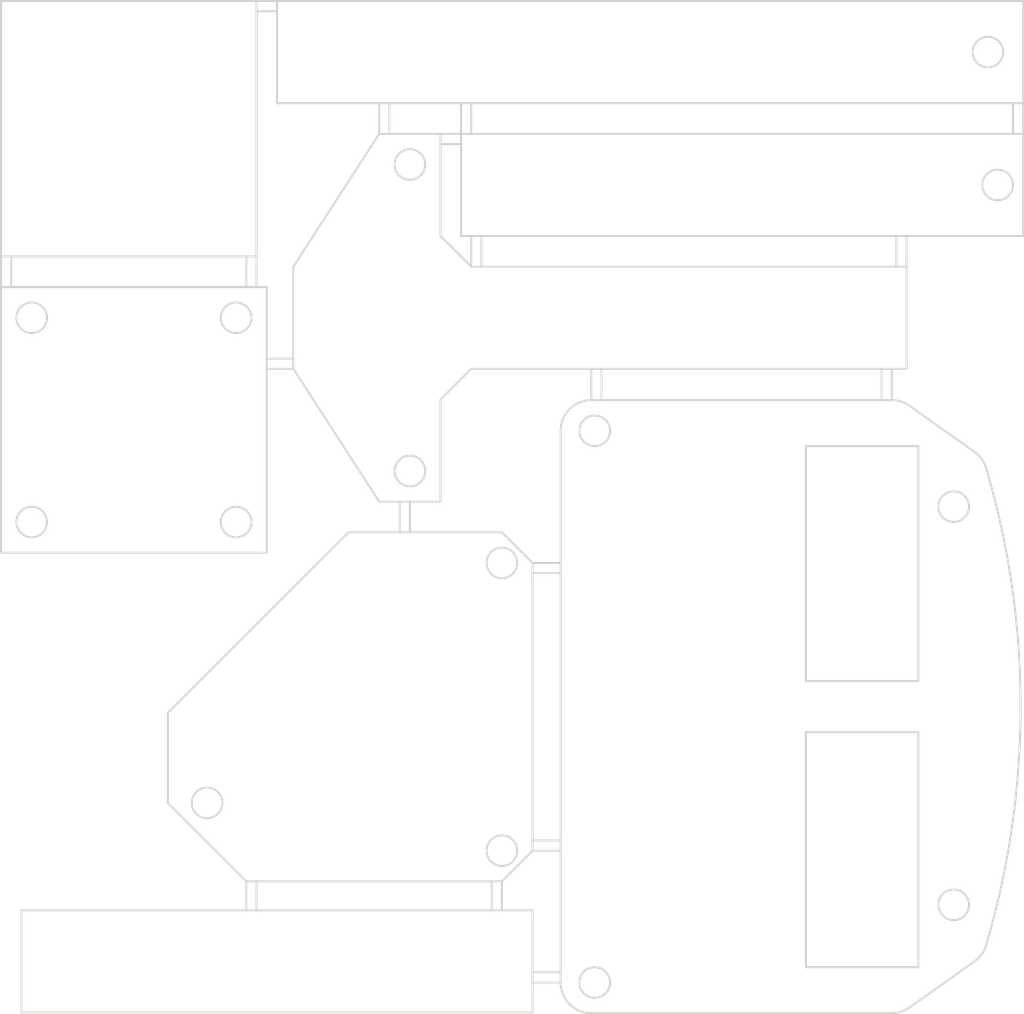
<source format=kicad_pcb>
(kicad_pcb (version 20171130) (host pcbnew "(5.1.10)-1")

  (general
    (thickness 1.6)
    (drawings 117)
    (tracks 0)
    (zones 0)
    (modules 0)
    (nets 1)
  )

  (page A4)
  (layers
    (0 F.Cu signal)
    (31 B.Cu signal)
    (32 B.Adhes user)
    (33 F.Adhes user)
    (34 B.Paste user)
    (35 F.Paste user)
    (36 B.SilkS user)
    (37 F.SilkS user)
    (38 B.Mask user)
    (39 F.Mask user)
    (40 Dwgs.User user)
    (41 Cmts.User user)
    (42 Eco1.User user)
    (43 Eco2.User user)
    (44 Edge.Cuts user)
    (45 Margin user)
    (46 B.CrtYd user)
    (47 F.CrtYd user)
    (48 B.Fab user)
    (49 F.Fab user)
  )

  (setup
    (last_trace_width 0.25)
    (trace_clearance 0.2)
    (zone_clearance 0.508)
    (zone_45_only no)
    (trace_min 0.2)
    (via_size 0.8)
    (via_drill 0.4)
    (via_min_size 0.4)
    (via_min_drill 0.3)
    (uvia_size 0.3)
    (uvia_drill 0.1)
    (uvias_allowed no)
    (uvia_min_size 0.2)
    (uvia_min_drill 0.1)
    (edge_width 0.05)
    (segment_width 0.2)
    (pcb_text_width 0.3)
    (pcb_text_size 1.5 1.5)
    (mod_edge_width 0.12)
    (mod_text_size 1 1)
    (mod_text_width 0.15)
    (pad_size 1.524 1.524)
    (pad_drill 0.762)
    (pad_to_mask_clearance 0)
    (aux_axis_origin 0 0)
    (visible_elements FFFFFF7F)
    (pcbplotparams
      (layerselection 0x010fc_ffffffff)
      (usegerberextensions false)
      (usegerberattributes true)
      (usegerberadvancedattributes true)
      (creategerberjobfile true)
      (excludeedgelayer true)
      (linewidth 0.100000)
      (plotframeref false)
      (viasonmask false)
      (mode 1)
      (useauxorigin false)
      (hpglpennumber 1)
      (hpglpenspeed 20)
      (hpglpendiameter 15.000000)
      (psnegative false)
      (psa4output false)
      (plotreference true)
      (plotvalue true)
      (plotinvisibletext false)
      (padsonsilk false)
      (subtractmaskfromsilk false)
      (outputformat 1)
      (mirror false)
      (drillshape 1)
      (scaleselection 1)
      (outputdirectory ""))
  )

  (net 0 "")

  (net_class Default "This is the default net class."
    (clearance 0.2)
    (trace_width 0.25)
    (via_dia 0.8)
    (via_drill 0.4)
    (uvia_dia 0.3)
    (uvia_drill 0.1)
  )

  (gr_circle (center 221.965742 143.819312) (end 223.465742 143.819312) (layer Edge.Cuts) (width 0.2))
  (gr_line (start 207.507683 149.926486) (end 207.507683 126.926486) (layer Edge.Cuts) (width 0.2))
  (gr_line (start 153.765 55.36) (end 153.765 80.36) (layer Edge.Cuts) (width 0.2))
  (gr_line (start 128.765 80.36) (end 128.765 55.36) (layer Edge.Cuts) (width 0.2))
  (gr_line (start 128.765 55.36) (end 153.765 55.36) (layer Edge.Cuts) (width 0.2))
  (gr_line (start 218.507683 149.926486) (end 207.507683 149.926486) (layer Edge.Cuts) (width 0.2))
  (gr_line (start 153.765 80.36) (end 128.765 80.36) (layer Edge.Cuts) (width 0.2))
  (gr_line (start 218.507683 126.926486) (end 218.507683 149.926486) (layer Edge.Cuts) (width 0.2))
  (gr_line (start 207.507683 126.926486) (end 218.507683 126.926486) (layer Edge.Cuts) (width 0.2))
  (gr_line (start 216.354696 81.359999) (end 216.354696 78.36) (layer Edge.Cuts) (width 0.2))
  (gr_line (start 214.905941 94.426486) (end 214.905941 91.359999) (layer Edge.Cuts) (width 0.2))
  (gr_line (start 176.765001 141.522744) (end 176.765001 144.36) (layer Edge.Cuts) (width 0.2))
  (gr_line (start 227.765 68.36) (end 227.765 65.36) (layer Edge.Cuts) (width 0.2))
  (gr_line (start 175.765001 81.359999) (end 175.765001 78.36) (layer Edge.Cuts) (width 0.2))
  (gr_line (start 174.765001 78.36) (end 174.765001 81.359999) (layer Edge.Cuts) (width 0.2))
  (gr_line (start 173.765 68.36) (end 171.765001 68.36) (layer Edge.Cuts) (width 0.2))
  (gr_line (start 173.765 65.36) (end 173.765 68.36) (layer Edge.Cuts) (width 0.2))
  (gr_line (start 155.765001 55.36) (end 153.765 55.36) (layer Edge.Cuts) (width 0.2))
  (gr_line (start 187.510659 94.426486) (end 187.510659 91.359999) (layer Edge.Cuts) (width 0.2))
  (gr_line (start 217.354696 81.359999) (end 174.765001 81.359999) (layer Edge.Cuts) (width 0.2))
  (gr_line (start 154.765 90.359999) (end 157.354696 90.359999) (layer Edge.Cuts) (width 0.2))
  (gr_line (start 228.765 65.36) (end 228.765 68.36) (layer Edge.Cuts) (width 0.2))
  (gr_line (start 180.765001 110.36) (end 183.510659 110.36) (layer Edge.Cuts) (width 0.2))
  (gr_line (start 174.765 68.36) (end 174.765 65.36) (layer Edge.Cuts) (width 0.2))
  (gr_line (start 152.765001 144.36) (end 152.765001 141.522744) (layer Edge.Cuts) (width 0.2))
  (gr_line (start 177.765001 144.36) (end 177.765001 141.522744) (layer Edge.Cuts) (width 0.2))
  (gr_line (start 174.765001 81.359999) (end 171.765001 78.359999) (layer Edge.Cuts) (width 0.2))
  (gr_line (start 180.765 150.426486) (end 183.510659 150.426486) (layer Edge.Cuts) (width 0.2))
  (gr_line (start 217.354696 78.36) (end 217.354696 81.359999) (layer Edge.Cuts) (width 0.2))
  (gr_line (start 186.510659 91.359999) (end 186.510659 94.426486) (layer Edge.Cuts) (width 0.2))
  (gr_line (start 171.765001 69.36) (end 173.765 69.36) (layer Edge.Cuts) (width 0.2))
  (gr_line (start 215.905941 91.359999) (end 215.905941 94.426486) (layer Edge.Cuts) (width 0.2))
  (gr_line (start 128.765 83.36) (end 128.765 80.36) (layer Edge.Cuts) (width 0.2))
  (gr_line (start 157.354696 91.359999) (end 154.765 91.359999) (layer Edge.Cuts) (width 0.2))
  (gr_line (start 217.354696 91.359999) (end 217.354696 81.359999) (layer Edge.Cuts) (width 0.2))
  (gr_line (start 152.765 80.36) (end 152.765 83.36) (layer Edge.Cuts) (width 0.2))
  (gr_line (start 153.765 56.36) (end 155.765001 56.36) (layer Edge.Cuts) (width 0.2))
  (gr_line (start 168.765001 107.36) (end 168.765001 104.36) (layer Edge.Cuts) (width 0.2))
  (gr_line (start 183.510659 137.522744) (end 180.765001 137.522744) (layer Edge.Cuts) (width 0.2))
  (gr_line (start 129.765 80.36) (end 129.765 83.36) (layer Edge.Cuts) (width 0.2))
  (gr_line (start 165.765001 65.36) (end 165.765001 68.36) (layer Edge.Cuts) (width 0.2))
  (gr_line (start 166.765001 68.36) (end 166.765001 65.36) (layer Edge.Cuts) (width 0.2))
  (gr_line (start 183.510659 111.36) (end 180.765001 111.36) (layer Edge.Cuts) (width 0.2))
  (gr_line (start 153.765001 141.522744) (end 153.765001 144.36) (layer Edge.Cuts) (width 0.2))
  (gr_line (start 153.765 83.36) (end 153.765 80.36) (layer Edge.Cuts) (width 0.2))
  (gr_line (start 167.765001 104.36) (end 167.765001 107.36) (layer Edge.Cuts) (width 0.2))
  (gr_line (start 183.510659 151.426486) (end 180.765 151.426486) (layer Edge.Cuts) (width 0.2))
  (gr_line (start 180.765001 138.522744) (end 183.510659 138.522744) (layer Edge.Cuts) (width 0.2))
  (gr_line (start 154.765 83.36) (end 128.765 83.36) (layer Edge.Cuts) (width 0.2))
  (gr_circle (center 148.926166 133.845074) (end 150.426166 133.845074) (layer Edge.Cuts) (width 0.2))
  (gr_line (start 153.765 55.36) (end 153.765 80.36) (layer Edge.Cuts) (width 0.2))
  (gr_line (start 180.765001 138.522744) (end 177.765001 141.522744) (layer Edge.Cuts) (width 0.2))
  (gr_line (start 145.087331 125.037669) (end 162.765001 107.36) (layer Edge.Cuts) (width 0.2))
  (gr_line (start 171.765001 94.359999) (end 174.765001 91.359999) (layer Edge.Cuts) (width 0.2))
  (gr_line (start 157.354696 91.359999) (end 157.365001 91.359999) (layer Edge.Cuts) (width 0.2))
  (gr_line (start 128.765 55.36) (end 153.765 55.36) (layer Edge.Cuts) (width 0.2))
  (gr_line (start 228.765 78.36) (end 228.765 68.36) (layer Edge.Cuts) (width 0.2))
  (gr_line (start 154.765 109.36) (end 154.765 83.36) (layer Edge.Cuts) (width 0.2))
  (gr_circle (center 226.265 73.36) (end 227.765 73.36) (layer Edge.Cuts) (width 0.2))
  (gr_line (start 165.765001 68.36) (end 157.365001 81.359999) (layer Edge.Cuts) (width 0.2))
  (gr_line (start 180.765 154.36) (end 130.765 154.36) (layer Edge.Cuts) (width 0.2))
  (gr_line (start 173.765 68.36) (end 173.765 78.36) (layer Edge.Cuts) (width 0.2))
  (gr_line (start 157.365001 81.359999) (end 157.354696 81.359999) (layer Edge.Cuts) (width 0.2))
  (gr_line (start 128.765 80.36) (end 128.765 55.36) (layer Edge.Cuts) (width 0.2))
  (gr_line (start 152.765001 141.522744) (end 145.087331 133.845074) (layer Edge.Cuts) (width 0.2))
  (gr_circle (center 177.765001 138.522744) (end 179.265001 138.522744) (layer Edge.Cuts) (width 0.2))
  (gr_line (start 130.765 144.36) (end 180.765 144.36) (layer Edge.Cuts) (width 0.2))
  (gr_line (start 228.765 65.36) (end 228.765 55.36) (layer Edge.Cuts) (width 0.2))
  (gr_line (start 180.765001 110.36) (end 180.765001 138.522744) (layer Edge.Cuts) (width 0.2))
  (gr_line (start 162.765001 107.36) (end 177.765001 107.36) (layer Edge.Cuts) (width 0.2))
  (gr_line (start 228.765 68.36) (end 173.765 68.36) (layer Edge.Cuts) (width 0.2))
  (gr_line (start 130.765 154.36) (end 130.765 144.36) (layer Edge.Cuts) (width 0.2))
  (gr_line (start 180.765 144.36) (end 180.765 154.36) (layer Edge.Cuts) (width 0.2))
  (gr_line (start 128.765 109.36) (end 154.765 109.36) (layer Edge.Cuts) (width 0.2))
  (gr_line (start 228.765 55.36) (end 155.765001 55.36) (layer Edge.Cuts) (width 0.2))
  (gr_line (start 177.765001 141.522744) (end 152.765001 141.522744) (layer Edge.Cuts) (width 0.2))
  (gr_line (start 153.765 80.36) (end 128.765 80.36) (layer Edge.Cuts) (width 0.2))
  (gr_line (start 177.765001 107.36) (end 180.765001 110.36) (layer Edge.Cuts) (width 0.2))
  (gr_line (start 128.765 83.36) (end 128.765 109.36) (layer Edge.Cuts) (width 0.2))
  (gr_line (start 171.765001 78.359999) (end 171.765001 68.36) (layer Edge.Cuts) (width 0.2))
  (gr_line (start 174.765001 91.359999) (end 217.354696 91.359999) (layer Edge.Cuts) (width 0.2))
  (gr_circle (center 177.765001 110.36) (end 179.265001 110.36) (layer Edge.Cuts) (width 0.2))
  (gr_line (start 155.765001 55.36) (end 155.765001 65.36) (layer Edge.Cuts) (width 0.2))
  (gr_line (start 171.765001 104.36) (end 171.765001 94.359999) (layer Edge.Cuts) (width 0.2))
  (gr_circle (center 168.765001 71.359999) (end 170.265001 71.359999) (layer Edge.Cuts) (width 0.2))
  (gr_circle (center 168.765001 101.36) (end 170.265001 101.36) (layer Edge.Cuts) (width 0.2))
  (gr_line (start 145.087331 133.845074) (end 145.087331 125.037669) (layer Edge.Cuts) (width 0.2))
  (gr_line (start 155.765001 65.36) (end 228.765 65.36) (layer Edge.Cuts) (width 0.2))
  (gr_line (start 165.765001 104.36) (end 171.765001 104.36) (layer Edge.Cuts) (width 0.2))
  (gr_line (start 157.365001 91.359999) (end 165.765001 104.36) (layer Edge.Cuts) (width 0.2))
  (gr_line (start 173.765 78.36) (end 228.765 78.36) (layer Edge.Cuts) (width 0.2))
  (gr_circle (center 225.308065 60.36) (end 226.808065 60.36) (layer Edge.Cuts) (width 0.2))
  (gr_line (start 157.354696 81.359999) (end 157.354696 91.359999) (layer Edge.Cuts) (width 0.2))
  (gr_line (start 171.765001 68.36) (end 165.765001 68.36) (layer Edge.Cuts) (width 0.2))
  (gr_arc (start 215.905941 151.426486) (end 215.905941 154.426486) (angle -35.38012804) (layer Edge.Cuts) (width 0.2))
  (gr_arc (start 186.510659 97.426486) (end 186.510659 94.426486) (angle -90) (layer Edge.Cuts) (width 0.2))
  (gr_arc (start 222.264897 146.91073) (end 224.001892 149.356716) (angle -38.19124813) (layer Edge.Cuts) (width 0.2))
  (gr_circle (center 131.765001 86.359999) (end 133.265001 86.359999) (layer Edge.Cuts) (width 0.2))
  (gr_arc (start 186.510659 151.426486) (end 183.510659 151.426486) (angle -90) (layer Edge.Cuts) (width 0.2))
  (gr_line (start 207.507683 98.926486) (end 218.507683 98.926486) (layer Edge.Cuts) (width 0.2))
  (gr_arc (start 222.264897 101.942242) (end 225.142415 101.09378) (angle -38.19124813) (layer Edge.Cuts) (width 0.2))
  (gr_line (start 218.507683 121.926486) (end 207.507683 121.926486) (layer Edge.Cuts) (width 0.2))
  (gr_circle (center 131.765 106.359999) (end 133.265 106.359999) (layer Edge.Cuts) (width 0.2))
  (gr_line (start 218.507683 98.926486) (end 218.507683 121.926486) (layer Edge.Cuts) (width 0.2))
  (gr_line (start 207.507683 121.926486) (end 207.507683 98.926486) (layer Edge.Cuts) (width 0.2))
  (gr_arc (start 146.010659 124.426486) (end 225.142415 147.759192) (angle -32.85724767) (layer Edge.Cuts) (width 0.2))
  (gr_line (start 224.001892 149.356716) (end 217.642936 153.872472) (layer Edge.Cuts) (width 0.2))
  (gr_circle (center 151.765 106.36) (end 153.265 106.36) (layer Edge.Cuts) (width 0.2))
  (gr_line (start 217.642936 94.9805) (end 224.001892 99.496256) (layer Edge.Cuts) (width 0.2))
  (gr_line (start 186.510659 94.426486) (end 215.905941 94.426486) (layer Edge.Cuts) (width 0.2))
  (gr_circle (center 221.965742 104.850825) (end 223.465742 104.850825) (layer Edge.Cuts) (width 0.2))
  (gr_line (start 215.905941 154.426486) (end 186.510659 154.426486) (layer Edge.Cuts) (width 0.2))
  (gr_circle (center 186.845978 97.426486) (end 188.345978 97.426486) (layer Edge.Cuts) (width 0.2))
  (gr_line (start 183.510659 151.426486) (end 183.510659 97.426486) (layer Edge.Cuts) (width 0.2))
  (gr_arc (start 215.905941 97.426486) (end 217.642936 94.9805) (angle -35.38012804) (layer Edge.Cuts) (width 0.2))
  (gr_circle (center 186.845978 151.426486) (end 188.345978 151.426486) (layer Edge.Cuts) (width 0.2))
  (gr_circle (center 151.765 86.36) (end 153.265 86.36) (layer Edge.Cuts) (width 0.2))

)

</source>
